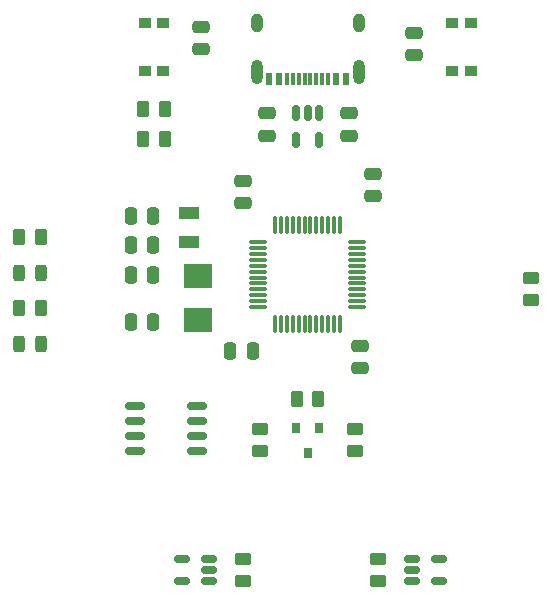
<source format=gtp>
%TF.GenerationSoftware,KiCad,Pcbnew,8.0.2-1*%
%TF.CreationDate,2024-07-15T21:16:38-07:00*%
%TF.ProjectId,TEMP_LOGGER,54454d50-5f4c-44f4-9747-45522e6b6963,rev?*%
%TF.SameCoordinates,Original*%
%TF.FileFunction,Paste,Top*%
%TF.FilePolarity,Positive*%
%FSLAX46Y46*%
G04 Gerber Fmt 4.6, Leading zero omitted, Abs format (unit mm)*
G04 Created by KiCad (PCBNEW 8.0.2-1) date 2024-07-15 21:16:38*
%MOMM*%
%LPD*%
G01*
G04 APERTURE LIST*
G04 Aperture macros list*
%AMRoundRect*
0 Rectangle with rounded corners*
0 $1 Rounding radius*
0 $2 $3 $4 $5 $6 $7 $8 $9 X,Y pos of 4 corners*
0 Add a 4 corners polygon primitive as box body*
4,1,4,$2,$3,$4,$5,$6,$7,$8,$9,$2,$3,0*
0 Add four circle primitives for the rounded corners*
1,1,$1+$1,$2,$3*
1,1,$1+$1,$4,$5*
1,1,$1+$1,$6,$7*
1,1,$1+$1,$8,$9*
0 Add four rect primitives between the rounded corners*
20,1,$1+$1,$2,$3,$4,$5,0*
20,1,$1+$1,$4,$5,$6,$7,0*
20,1,$1+$1,$6,$7,$8,$9,0*
20,1,$1+$1,$8,$9,$2,$3,0*%
G04 Aperture macros list end*
%ADD10R,2.400000X2.000000*%
%ADD11RoundRect,0.150000X-0.512500X-0.150000X0.512500X-0.150000X0.512500X0.150000X-0.512500X0.150000X0*%
%ADD12RoundRect,0.075000X-0.662500X-0.075000X0.662500X-0.075000X0.662500X0.075000X-0.662500X0.075000X0*%
%ADD13RoundRect,0.075000X-0.075000X-0.662500X0.075000X-0.662500X0.075000X0.662500X-0.075000X0.662500X0*%
%ADD14RoundRect,0.250000X-0.450000X0.262500X-0.450000X-0.262500X0.450000X-0.262500X0.450000X0.262500X0*%
%ADD15RoundRect,0.150000X0.512500X0.150000X-0.512500X0.150000X-0.512500X-0.150000X0.512500X-0.150000X0*%
%ADD16RoundRect,0.250000X-0.475000X0.250000X-0.475000X-0.250000X0.475000X-0.250000X0.475000X0.250000X0*%
%ADD17RoundRect,0.250000X0.262500X0.450000X-0.262500X0.450000X-0.262500X-0.450000X0.262500X-0.450000X0*%
%ADD18R,0.300000X1.000000*%
%ADD19R,0.600000X1.000000*%
%ADD20O,1.000000X1.600000*%
%ADD21O,1.000000X2.100000*%
%ADD22RoundRect,0.250000X0.250000X0.475000X-0.250000X0.475000X-0.250000X-0.475000X0.250000X-0.475000X0*%
%ADD23RoundRect,0.250000X0.450000X-0.262500X0.450000X0.262500X-0.450000X0.262500X-0.450000X-0.262500X0*%
%ADD24R,1.800000X1.000000*%
%ADD25RoundRect,0.250000X0.475000X-0.250000X0.475000X0.250000X-0.475000X0.250000X-0.475000X-0.250000X0*%
%ADD26RoundRect,0.250000X-0.262500X-0.450000X0.262500X-0.450000X0.262500X0.450000X-0.262500X0.450000X0*%
%ADD27R,1.000000X0.900000*%
%ADD28RoundRect,0.250000X-0.250000X-0.475000X0.250000X-0.475000X0.250000X0.475000X-0.250000X0.475000X0*%
%ADD29RoundRect,0.150000X-0.675000X-0.150000X0.675000X-0.150000X0.675000X0.150000X-0.675000X0.150000X0*%
%ADD30RoundRect,0.243750X-0.243750X-0.456250X0.243750X-0.456250X0.243750X0.456250X-0.243750X0.456250X0*%
%ADD31RoundRect,0.150000X-0.150000X0.512500X-0.150000X-0.512500X0.150000X-0.512500X0.150000X0.512500X0*%
%ADD32R,0.800000X0.900000*%
G04 APERTURE END LIST*
D10*
%TO.C,Y1*%
X137700000Y-93350000D03*
X137700000Y-89650000D03*
%TD*%
D11*
%TO.C,U4*%
X155862500Y-113550000D03*
X155862500Y-114500000D03*
X155862500Y-115450000D03*
X158137500Y-115450000D03*
X158137500Y-113550000D03*
%TD*%
D12*
%TO.C,U1*%
X142837500Y-86750000D03*
X142837500Y-87250000D03*
X142837500Y-87750000D03*
X142837500Y-88250000D03*
X142837500Y-88750000D03*
X142837500Y-89250000D03*
X142837500Y-89750000D03*
X142837500Y-90250000D03*
X142837500Y-90750000D03*
X142837500Y-91250000D03*
X142837500Y-91750000D03*
X142837500Y-92250000D03*
D13*
X144250000Y-93662500D03*
X144750000Y-93662500D03*
X145250000Y-93662500D03*
X145750000Y-93662500D03*
X146250000Y-93662500D03*
X146750000Y-93662500D03*
X147250000Y-93662500D03*
X147750000Y-93662500D03*
X148250000Y-93662500D03*
X148750000Y-93662500D03*
X149250000Y-93662500D03*
X149750000Y-93662500D03*
D12*
X151162500Y-92250000D03*
X151162500Y-91750000D03*
X151162500Y-91250000D03*
X151162500Y-90750000D03*
X151162500Y-90250000D03*
X151162500Y-89750000D03*
X151162500Y-89250000D03*
X151162500Y-88750000D03*
X151162500Y-88250000D03*
X151162500Y-87750000D03*
X151162500Y-87250000D03*
X151162500Y-86750000D03*
D13*
X149750000Y-85337500D03*
X149250000Y-85337500D03*
X148750000Y-85337500D03*
X148250000Y-85337500D03*
X147750000Y-85337500D03*
X147250000Y-85337500D03*
X146750000Y-85337500D03*
X146250000Y-85337500D03*
X145750000Y-85337500D03*
X145250000Y-85337500D03*
X144750000Y-85337500D03*
X144250000Y-85337500D03*
%TD*%
D14*
%TO.C,R1*%
X141500000Y-113587500D03*
X141500000Y-115412500D03*
%TD*%
D15*
%TO.C,U3*%
X138637500Y-115450000D03*
X138637500Y-114500000D03*
X138637500Y-113550000D03*
X136362500Y-113550000D03*
X136362500Y-115450000D03*
%TD*%
D16*
%TO.C,C1*%
X156000000Y-69050000D03*
X156000000Y-70950000D03*
%TD*%
%TO.C,C2*%
X143550000Y-75850000D03*
X143550000Y-77750000D03*
%TD*%
D17*
%TO.C,R10*%
X134912500Y-78000000D03*
X133087500Y-78000000D03*
%TD*%
D18*
%TO.C,J6*%
X148250000Y-72966250D03*
X147250000Y-72966250D03*
X146750000Y-72966250D03*
X145750000Y-72966250D03*
X145250000Y-72966250D03*
X146250000Y-72966250D03*
X147750000Y-72966250D03*
X148750000Y-72966250D03*
D19*
X150225000Y-72966250D03*
X143775000Y-72966250D03*
D20*
X151318000Y-68211250D03*
D21*
X151318000Y-72391250D03*
X142682000Y-72391250D03*
D20*
X142682000Y-68211250D03*
D19*
X149450000Y-72966250D03*
X144550000Y-72966250D03*
%TD*%
D16*
%TO.C,C7*%
X151400000Y-95550000D03*
X151400000Y-97450000D03*
%TD*%
D22*
%TO.C,C12*%
X133950000Y-87000000D03*
X132050000Y-87000000D03*
%TD*%
D23*
%TO.C,R6*%
X165900000Y-91612500D03*
X165900000Y-89787500D03*
%TD*%
D24*
%TO.C,Y2*%
X137000000Y-84250000D03*
X137000000Y-86750000D03*
%TD*%
D22*
%TO.C,C11*%
X133950000Y-84500000D03*
X132050000Y-84500000D03*
%TD*%
%TO.C,C9*%
X133950000Y-89500000D03*
X132050000Y-89500000D03*
%TD*%
D25*
%TO.C,C5*%
X152500000Y-82850000D03*
X152500000Y-80950000D03*
%TD*%
D26*
%TO.C,R11*%
X133087500Y-75500000D03*
X134912500Y-75500000D03*
%TD*%
D25*
%TO.C,C3*%
X150550000Y-77750000D03*
X150550000Y-75850000D03*
%TD*%
D27*
%TO.C,SW1*%
X160800000Y-68200000D03*
X160800000Y-72300000D03*
X159200000Y-68200000D03*
X159200000Y-72300000D03*
%TD*%
D17*
%TO.C,R9*%
X124412500Y-92366666D03*
X122587500Y-92366666D03*
%TD*%
D14*
%TO.C,R2*%
X153000000Y-113587500D03*
X153000000Y-115412500D03*
%TD*%
D17*
%TO.C,R5*%
X147912500Y-100000000D03*
X146087500Y-100000000D03*
%TD*%
D23*
%TO.C,R3*%
X143000000Y-104412500D03*
X143000000Y-102587500D03*
%TD*%
D28*
%TO.C,C6*%
X140450000Y-96000000D03*
X142350000Y-96000000D03*
%TD*%
D29*
%TO.C,U2*%
X132375000Y-100595000D03*
X132375000Y-101865000D03*
X132375000Y-103135000D03*
X132375000Y-104405000D03*
X137625000Y-104405000D03*
X137625000Y-103135000D03*
X137625000Y-101865000D03*
X137625000Y-100595000D03*
%TD*%
D23*
%TO.C,R4*%
X151000000Y-104412500D03*
X151000000Y-102587500D03*
%TD*%
D22*
%TO.C,C10*%
X133950000Y-93500000D03*
X132050000Y-93500000D03*
%TD*%
D30*
%TO.C,D2*%
X122582500Y-95400000D03*
X124457500Y-95400000D03*
%TD*%
D31*
%TO.C,U6*%
X147950000Y-75862500D03*
X147000000Y-75862500D03*
X146050000Y-75862500D03*
X146050000Y-78137500D03*
X147950000Y-78137500D03*
%TD*%
D27*
%TO.C,SW2*%
X133200000Y-72300000D03*
X133200000Y-68200000D03*
X134800000Y-72300000D03*
X134800000Y-68200000D03*
%TD*%
D32*
%TO.C,Q1*%
X147950000Y-102500000D03*
X146050000Y-102500000D03*
X147000000Y-104600000D03*
%TD*%
D16*
%TO.C,C8*%
X138000000Y-68500000D03*
X138000000Y-70400000D03*
%TD*%
D25*
%TO.C,C4*%
X141500000Y-83450000D03*
X141500000Y-81550000D03*
%TD*%
D17*
%TO.C,R8*%
X124412500Y-86300000D03*
X122587500Y-86300000D03*
%TD*%
D30*
%TO.C,D1*%
X122582500Y-89333333D03*
X124457500Y-89333333D03*
%TD*%
M02*

</source>
